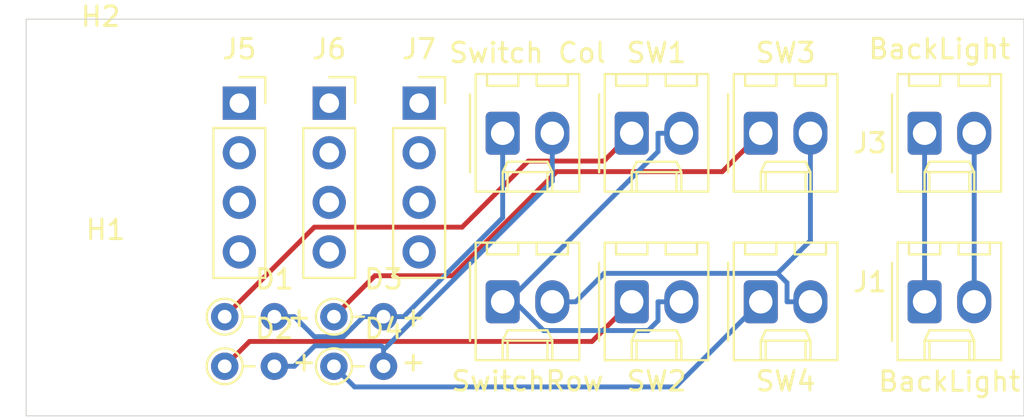
<source format=kicad_pcb>
(kicad_pcb (version 20171130) (host pcbnew "(5.1.5-0-10_14)")

  (general
    (thickness 1.6)
    (drawings 9)
    (tracks 52)
    (zones 0)
    (modules 17)
    (nets 23)
  )

  (page A4)
  (layers
    (0 F.Cu signal)
    (31 B.Cu signal)
    (32 B.Adhes user)
    (33 F.Adhes user)
    (34 B.Paste user)
    (35 F.Paste user)
    (36 B.SilkS user)
    (37 F.SilkS user)
    (38 B.Mask user)
    (39 F.Mask user)
    (40 Dwgs.User user)
    (41 Cmts.User user)
    (42 Eco1.User user)
    (43 Eco2.User user)
    (44 Edge.Cuts user)
    (45 Margin user)
    (46 B.CrtYd user)
    (47 F.CrtYd user)
    (48 B.Fab user)
    (49 F.Fab user)
  )

  (setup
    (last_trace_width 0.25)
    (trace_clearance 0.2)
    (zone_clearance 0.508)
    (zone_45_only no)
    (trace_min 0.2)
    (via_size 0.8)
    (via_drill 0.4)
    (via_min_size 0.4)
    (via_min_drill 0.3)
    (uvia_size 0.3)
    (uvia_drill 0.1)
    (uvias_allowed no)
    (uvia_min_size 0.2)
    (uvia_min_drill 0.1)
    (edge_width 0.05)
    (segment_width 0.2)
    (pcb_text_width 0.3)
    (pcb_text_size 1.5 1.5)
    (mod_edge_width 0.12)
    (mod_text_size 1 1)
    (mod_text_width 0.15)
    (pad_size 1.524 1.524)
    (pad_drill 0.762)
    (pad_to_mask_clearance 0.051)
    (solder_mask_min_width 0.25)
    (aux_axis_origin 0 0)
    (visible_elements FFFFFF7F)
    (pcbplotparams
      (layerselection 0x010fc_ffffffff)
      (usegerberextensions false)
      (usegerberattributes false)
      (usegerberadvancedattributes false)
      (creategerberjobfile false)
      (excludeedgelayer true)
      (linewidth 0.100000)
      (plotframeref false)
      (viasonmask false)
      (mode 1)
      (useauxorigin false)
      (hpglpennumber 1)
      (hpglpenspeed 20)
      (hpglpendiameter 15.000000)
      (psnegative false)
      (psa4output false)
      (plotreference true)
      (plotvalue true)
      (plotinvisibletext false)
      (padsonsilk false)
      (subtractmaskfromsilk false)
      (outputformat 1)
      (mirror false)
      (drillshape 1)
      (scaleselection 1)
      (outputdirectory ""))
  )

  (net 0 "")
  (net 1 "Net-(D1-Pad2)")
  (net 2 "Net-(D1-Pad1)")
  (net 3 "Net-(D2-Pad2)")
  (net 4 "Net-(D3-Pad1)")
  (net 5 "Net-(J1-Pad2)")
  (net 6 "Net-(J1-Pad1)")
  (net 7 "Net-(J5-Pad4)")
  (net 8 "Net-(J5-Pad3)")
  (net 9 "Net-(J5-Pad2)")
  (net 10 "Net-(J5-Pad1)")
  (net 11 "Net-(J6-Pad4)")
  (net 12 "Net-(J6-Pad3)")
  (net 13 "Net-(J6-Pad2)")
  (net 14 "Net-(J6-Pad1)")
  (net 15 "Net-(J7-Pad4)")
  (net 16 "Net-(J7-Pad3)")
  (net 17 "Net-(J7-Pad2)")
  (net 18 "Net-(J7-Pad1)")
  (net 19 "Net-(D2-Pad1)")
  (net 20 "Net-(D4-Pad1)")
  (net 21 "Net-(J10-Pad2)")
  (net 22 "Net-(J4-Pad1)")

  (net_class Default "This is the default net class."
    (clearance 0.2)
    (trace_width 0.25)
    (via_dia 0.8)
    (via_drill 0.4)
    (uvia_dia 0.3)
    (uvia_drill 0.1)
    (add_net "Net-(D1-Pad1)")
    (add_net "Net-(D1-Pad2)")
    (add_net "Net-(D2-Pad1)")
    (add_net "Net-(D2-Pad2)")
    (add_net "Net-(D3-Pad1)")
    (add_net "Net-(D4-Pad1)")
    (add_net "Net-(J1-Pad1)")
    (add_net "Net-(J1-Pad2)")
    (add_net "Net-(J10-Pad2)")
    (add_net "Net-(J4-Pad1)")
    (add_net "Net-(J5-Pad1)")
    (add_net "Net-(J5-Pad2)")
    (add_net "Net-(J5-Pad3)")
    (add_net "Net-(J5-Pad4)")
    (add_net "Net-(J6-Pad1)")
    (add_net "Net-(J6-Pad2)")
    (add_net "Net-(J6-Pad3)")
    (add_net "Net-(J6-Pad4)")
    (add_net "Net-(J7-Pad1)")
    (add_net "Net-(J7-Pad2)")
    (add_net "Net-(J7-Pad3)")
    (add_net "Net-(J7-Pad4)")
  )

  (module PT_Library_v001:PT_R_Axial_DIN0204_L3.6mm_D1.6mm_P2.54mm_Vertical (layer F.Cu) (tedit 5AE5139B) (tstamp 5EF05591)
    (at 113.284 96.774)
    (descr "Resistor, Axial_DIN0204 series, Axial, Vertical, pin pitch=2.54mm, 0.167W, length*diameter=3.6*1.6mm^2, http://cdn-reichelt.de/documents/datenblatt/B400/1_4W%23YAG.pdf")
    (tags "Resistor Axial_DIN0204 series Axial Vertical pin pitch 2.54mm 0.167W length 3.6mm diameter 1.6mm")
    (path /5EF033E0)
    (fp_text reference D4 (at 2.54 -1.92) (layer F.SilkS)
      (effects (font (size 1 1) (thickness 0.15)))
    )
    (fp_text value 1N4148 (at 2.54 1.92) (layer F.Fab)
      (effects (font (size 1 1) (thickness 0.15)))
    )
    (fp_circle (center 0 0) (end 0.8 0) (layer F.Fab) (width 0.1))
    (fp_circle (center 0 0) (end 0.92 0) (layer F.SilkS) (width 0.12))
    (fp_line (start 0 0) (end 2.54 0) (layer F.Fab) (width 0.1))
    (fp_line (start 0.92 0) (end 1.54 0) (layer F.SilkS) (width 0.12))
    (fp_line (start -1.05 -1.05) (end -1.05 1.05) (layer F.CrtYd) (width 0.05))
    (fp_line (start -1.05 1.05) (end 3.49 1.05) (layer F.CrtYd) (width 0.05))
    (fp_line (start 3.49 1.05) (end 3.49 -1.05) (layer F.CrtYd) (width 0.05))
    (fp_line (start 3.49 -1.05) (end -1.05 -1.05) (layer F.CrtYd) (width 0.05))
    (fp_text user %R (at 2.54 -1.92) (layer F.Fab)
      (effects (font (size 1 1) (thickness 0.15)))
    )
    (pad 1 thru_hole circle (at 0 0) (size 1.4 1.4) (drill 0.7) (layers *.Cu *.Mask)
      (net 20 "Net-(D4-Pad1)"))
    (pad 2 thru_hole oval (at 2.54 0) (size 1.4 1.4) (drill 0.7) (layers *.Cu *.Mask)
      (net 3 "Net-(D2-Pad2)"))
    (model ${KISYS3DMOD}/Resistor_THT.3dshapes/R_Axial_DIN0204_L3.6mm_D1.6mm_P2.54mm_Vertical.wrl
      (at (xyz 0 0 0))
      (scale (xyz 1 1 1))
      (rotate (xyz 0 0 0))
    )
  )

  (module PT_Library_v001:PT_R_Axial_DIN0204_L3.6mm_D1.6mm_P2.54mm_Vertical (layer F.Cu) (tedit 5AE5139B) (tstamp 5EF05572)
    (at 113.284 94.234)
    (descr "Resistor, Axial_DIN0204 series, Axial, Vertical, pin pitch=2.54mm, 0.167W, length*diameter=3.6*1.6mm^2, http://cdn-reichelt.de/documents/datenblatt/B400/1_4W%23YAG.pdf")
    (tags "Resistor Axial_DIN0204 series Axial Vertical pin pitch 2.54mm 0.167W length 3.6mm diameter 1.6mm")
    (path /5EF01EF3)
    (fp_text reference D3 (at 2.54 -1.92) (layer F.SilkS)
      (effects (font (size 1 1) (thickness 0.15)))
    )
    (fp_text value 1N4148 (at 2.54 1.92) (layer F.Fab)
      (effects (font (size 1 1) (thickness 0.15)))
    )
    (fp_circle (center 0 0) (end 0.8 0) (layer F.Fab) (width 0.1))
    (fp_circle (center 0 0) (end 0.92 0) (layer F.SilkS) (width 0.12))
    (fp_line (start 0 0) (end 2.54 0) (layer F.Fab) (width 0.1))
    (fp_line (start 0.92 0) (end 1.54 0) (layer F.SilkS) (width 0.12))
    (fp_line (start -1.05 -1.05) (end -1.05 1.05) (layer F.CrtYd) (width 0.05))
    (fp_line (start -1.05 1.05) (end 3.49 1.05) (layer F.CrtYd) (width 0.05))
    (fp_line (start 3.49 1.05) (end 3.49 -1.05) (layer F.CrtYd) (width 0.05))
    (fp_line (start 3.49 -1.05) (end -1.05 -1.05) (layer F.CrtYd) (width 0.05))
    (fp_text user %R (at 2.54 -1.92) (layer F.Fab)
      (effects (font (size 1 1) (thickness 0.15)))
    )
    (pad 1 thru_hole circle (at 0 0) (size 1.4 1.4) (drill 0.7) (layers *.Cu *.Mask)
      (net 4 "Net-(D3-Pad1)"))
    (pad 2 thru_hole oval (at 2.54 0) (size 1.4 1.4) (drill 0.7) (layers *.Cu *.Mask)
      (net 1 "Net-(D1-Pad2)"))
    (model ${KISYS3DMOD}/Resistor_THT.3dshapes/R_Axial_DIN0204_L3.6mm_D1.6mm_P2.54mm_Vertical.wrl
      (at (xyz 0 0 0))
      (scale (xyz 1 1 1))
      (rotate (xyz 0 0 0))
    )
  )

  (module PT_Library_v001:PT_R_Axial_DIN0204_L3.6mm_D1.6mm_P2.54mm_Vertical (layer F.Cu) (tedit 5AE5139B) (tstamp 5EF05553)
    (at 107.696 96.774)
    (descr "Resistor, Axial_DIN0204 series, Axial, Vertical, pin pitch=2.54mm, 0.167W, length*diameter=3.6*1.6mm^2, http://cdn-reichelt.de/documents/datenblatt/B400/1_4W%23YAG.pdf")
    (tags "Resistor Axial_DIN0204 series Axial Vertical pin pitch 2.54mm 0.167W length 3.6mm diameter 1.6mm")
    (path /5EEFF5AA)
    (fp_text reference D2 (at 2.54 -1.92) (layer F.SilkS)
      (effects (font (size 1 1) (thickness 0.15)))
    )
    (fp_text value 1N4148 (at 2.54 1.92) (layer F.Fab)
      (effects (font (size 1 1) (thickness 0.15)))
    )
    (fp_circle (center 0 0) (end 0.8 0) (layer F.Fab) (width 0.1))
    (fp_circle (center 0 0) (end 0.92 0) (layer F.SilkS) (width 0.12))
    (fp_line (start 0 0) (end 2.54 0) (layer F.Fab) (width 0.1))
    (fp_line (start 0.92 0) (end 1.54 0) (layer F.SilkS) (width 0.12))
    (fp_line (start -1.05 -1.05) (end -1.05 1.05) (layer F.CrtYd) (width 0.05))
    (fp_line (start -1.05 1.05) (end 3.49 1.05) (layer F.CrtYd) (width 0.05))
    (fp_line (start 3.49 1.05) (end 3.49 -1.05) (layer F.CrtYd) (width 0.05))
    (fp_line (start 3.49 -1.05) (end -1.05 -1.05) (layer F.CrtYd) (width 0.05))
    (fp_text user %R (at 2.54 -1.92) (layer F.Fab)
      (effects (font (size 1 1) (thickness 0.15)))
    )
    (pad 1 thru_hole circle (at 0 0) (size 1.4 1.4) (drill 0.7) (layers *.Cu *.Mask)
      (net 19 "Net-(D2-Pad1)"))
    (pad 2 thru_hole oval (at 2.54 0) (size 1.4 1.4) (drill 0.7) (layers *.Cu *.Mask)
      (net 3 "Net-(D2-Pad2)"))
    (model ${KISYS3DMOD}/Resistor_THT.3dshapes/R_Axial_DIN0204_L3.6mm_D1.6mm_P2.54mm_Vertical.wrl
      (at (xyz 0 0 0))
      (scale (xyz 1 1 1))
      (rotate (xyz 0 0 0))
    )
  )

  (module PT_Library_v001:PT_R_Axial_DIN0204_L3.6mm_D1.6mm_P2.54mm_Vertical (layer F.Cu) (tedit 5AE5139B) (tstamp 5EF05534)
    (at 107.696 94.234)
    (descr "Resistor, Axial_DIN0204 series, Axial, Vertical, pin pitch=2.54mm, 0.167W, length*diameter=3.6*1.6mm^2, http://cdn-reichelt.de/documents/datenblatt/B400/1_4W%23YAG.pdf")
    (tags "Resistor Axial_DIN0204 series Axial Vertical pin pitch 2.54mm 0.167W length 3.6mm diameter 1.6mm")
    (path /5EEFED0C)
    (fp_text reference D1 (at 2.54 -1.92) (layer F.SilkS)
      (effects (font (size 1 1) (thickness 0.15)))
    )
    (fp_text value 1N4148 (at 2.54 1.92) (layer F.Fab)
      (effects (font (size 1 1) (thickness 0.15)))
    )
    (fp_circle (center 0 0) (end 0.8 0) (layer F.Fab) (width 0.1))
    (fp_circle (center 0 0) (end 0.92 0) (layer F.SilkS) (width 0.12))
    (fp_line (start 0 0) (end 2.54 0) (layer F.Fab) (width 0.1))
    (fp_line (start 0.92 0) (end 1.54 0) (layer F.SilkS) (width 0.12))
    (fp_line (start -1.05 -1.05) (end -1.05 1.05) (layer F.CrtYd) (width 0.05))
    (fp_line (start -1.05 1.05) (end 3.49 1.05) (layer F.CrtYd) (width 0.05))
    (fp_line (start 3.49 1.05) (end 3.49 -1.05) (layer F.CrtYd) (width 0.05))
    (fp_line (start 3.49 -1.05) (end -1.05 -1.05) (layer F.CrtYd) (width 0.05))
    (fp_text user %R (at 2.54 -1.92) (layer F.Fab)
      (effects (font (size 1 1) (thickness 0.15)))
    )
    (pad 1 thru_hole circle (at 0 0) (size 1.4 1.4) (drill 0.7) (layers *.Cu *.Mask)
      (net 2 "Net-(D1-Pad1)"))
    (pad 2 thru_hole oval (at 2.54 0) (size 1.4 1.4) (drill 0.7) (layers *.Cu *.Mask)
      (net 1 "Net-(D1-Pad2)"))
    (model ${KISYS3DMOD}/Resistor_THT.3dshapes/R_Axial_DIN0204_L3.6mm_D1.6mm_P2.54mm_Vertical.wrl
      (at (xyz 0 0 0))
      (scale (xyz 1 1 1))
      (rotate (xyz 0 0 0))
    )
  )

  (module PT_Library_v001:Molex_1x02_P2.54mm_Vertical (layer F.Cu) (tedit 5B78013E) (tstamp 5EF05E48)
    (at 135.128 93.472)
    (descr "Molex KK-254 Interconnect System, old/engineering part number: AE-6410-02A example for new part number: 22-27-2021, 2 Pins (http://www.molex.com/pdm_docs/sd/022272021_sd.pdf), generated with kicad-footprint-generator")
    (tags "connector Molex KK-254 side entry")
    (path /5EF19880)
    (fp_text reference SW4 (at 1.27 4.064) (layer F.SilkS)
      (effects (font (size 1 1) (thickness 0.15)))
    )
    (fp_text value SW4 (at 1.27 4.08) (layer F.Fab)
      (effects (font (size 1 1) (thickness 0.15)))
    )
    (fp_text user %R (at 1.27 -2.22) (layer F.Fab)
      (effects (font (size 1 1) (thickness 0.15)))
    )
    (fp_line (start 4.31 -3.42) (end -1.77 -3.42) (layer F.CrtYd) (width 0.05))
    (fp_line (start 4.31 3.38) (end 4.31 -3.42) (layer F.CrtYd) (width 0.05))
    (fp_line (start -1.77 3.38) (end 4.31 3.38) (layer F.CrtYd) (width 0.05))
    (fp_line (start -1.77 -3.42) (end -1.77 3.38) (layer F.CrtYd) (width 0.05))
    (fp_line (start 3.34 -2.43) (end 3.34 -3.03) (layer F.SilkS) (width 0.12))
    (fp_line (start 1.74 -2.43) (end 3.34 -2.43) (layer F.SilkS) (width 0.12))
    (fp_line (start 1.74 -3.03) (end 1.74 -2.43) (layer F.SilkS) (width 0.12))
    (fp_line (start 0.8 -2.43) (end 0.8 -3.03) (layer F.SilkS) (width 0.12))
    (fp_line (start -0.8 -2.43) (end 0.8 -2.43) (layer F.SilkS) (width 0.12))
    (fp_line (start -0.8 -3.03) (end -0.8 -2.43) (layer F.SilkS) (width 0.12))
    (fp_line (start 2.29 2.99) (end 2.29 1.99) (layer F.SilkS) (width 0.12))
    (fp_line (start 0.25 2.99) (end 0.25 1.99) (layer F.SilkS) (width 0.12))
    (fp_line (start 2.29 1.46) (end 2.54 1.99) (layer F.SilkS) (width 0.12))
    (fp_line (start 0.25 1.46) (end 2.29 1.46) (layer F.SilkS) (width 0.12))
    (fp_line (start 0 1.99) (end 0.25 1.46) (layer F.SilkS) (width 0.12))
    (fp_line (start 2.54 1.99) (end 2.54 2.99) (layer F.SilkS) (width 0.12))
    (fp_line (start 0 1.99) (end 2.54 1.99) (layer F.SilkS) (width 0.12))
    (fp_line (start 0 2.99) (end 0 1.99) (layer F.SilkS) (width 0.12))
    (fp_line (start -0.562893 0) (end -1.27 0.5) (layer F.Fab) (width 0.1))
    (fp_line (start -1.27 -0.5) (end -0.562893 0) (layer F.Fab) (width 0.1))
    (fp_line (start -1.67 -2) (end -1.67 2) (layer F.SilkS) (width 0.12))
    (fp_line (start 3.92 -3.03) (end -1.38 -3.03) (layer F.SilkS) (width 0.12))
    (fp_line (start 3.92 2.99) (end 3.92 -3.03) (layer F.SilkS) (width 0.12))
    (fp_line (start -1.38 2.99) (end 3.92 2.99) (layer F.SilkS) (width 0.12))
    (fp_line (start -1.38 -3.03) (end -1.38 2.99) (layer F.SilkS) (width 0.12))
    (fp_line (start 3.81 -2.92) (end -1.27 -2.92) (layer F.Fab) (width 0.1))
    (fp_line (start 3.81 2.88) (end 3.81 -2.92) (layer F.Fab) (width 0.1))
    (fp_line (start -1.27 2.88) (end 3.81 2.88) (layer F.Fab) (width 0.1))
    (fp_line (start -1.27 -2.92) (end -1.27 2.88) (layer F.Fab) (width 0.1))
    (pad 2 thru_hole oval (at 2.54 0) (size 1.74 2.2) (drill 1.2) (layers *.Cu *.Mask)
      (net 21 "Net-(J10-Pad2)"))
    (pad 1 thru_hole roundrect (at 0 0) (size 1.74 2.2) (drill 1.2) (layers *.Cu *.Mask) (roundrect_rratio 0.143678)
      (net 20 "Net-(D4-Pad1)"))
    (model ${KISYS3DMOD}/Connector_Molex.3dshapes/Molex_KK-254_AE-6410-02A_1x02_P2.54mm_Vertical.wrl
      (at (xyz 0 0 0))
      (scale (xyz 1 1 1))
      (rotate (xyz 0 0 0))
    )
  )

  (module PT_Library_v001:Molex_1x02_P2.54mm_Vertical (layer F.Cu) (tedit 5B78013E) (tstamp 5EF05E24)
    (at 135.128 84.836)
    (descr "Molex KK-254 Interconnect System, old/engineering part number: AE-6410-02A example for new part number: 22-27-2021, 2 Pins (http://www.molex.com/pdm_docs/sd/022272021_sd.pdf), generated with kicad-footprint-generator")
    (tags "connector Molex KK-254 side entry")
    (path /5EF1AC89)
    (fp_text reference SW3 (at 1.27 -4.12) (layer F.SilkS)
      (effects (font (size 1 1) (thickness 0.15)))
    )
    (fp_text value SW3 (at 1.27 4.08) (layer F.Fab)
      (effects (font (size 1 1) (thickness 0.15)))
    )
    (fp_text user %R (at 1.27 -2.22) (layer F.Fab)
      (effects (font (size 1 1) (thickness 0.15)))
    )
    (fp_line (start 4.31 -3.42) (end -1.77 -3.42) (layer F.CrtYd) (width 0.05))
    (fp_line (start 4.31 3.38) (end 4.31 -3.42) (layer F.CrtYd) (width 0.05))
    (fp_line (start -1.77 3.38) (end 4.31 3.38) (layer F.CrtYd) (width 0.05))
    (fp_line (start -1.77 -3.42) (end -1.77 3.38) (layer F.CrtYd) (width 0.05))
    (fp_line (start 3.34 -2.43) (end 3.34 -3.03) (layer F.SilkS) (width 0.12))
    (fp_line (start 1.74 -2.43) (end 3.34 -2.43) (layer F.SilkS) (width 0.12))
    (fp_line (start 1.74 -3.03) (end 1.74 -2.43) (layer F.SilkS) (width 0.12))
    (fp_line (start 0.8 -2.43) (end 0.8 -3.03) (layer F.SilkS) (width 0.12))
    (fp_line (start -0.8 -2.43) (end 0.8 -2.43) (layer F.SilkS) (width 0.12))
    (fp_line (start -0.8 -3.03) (end -0.8 -2.43) (layer F.SilkS) (width 0.12))
    (fp_line (start 2.29 2.99) (end 2.29 1.99) (layer F.SilkS) (width 0.12))
    (fp_line (start 0.25 2.99) (end 0.25 1.99) (layer F.SilkS) (width 0.12))
    (fp_line (start 2.29 1.46) (end 2.54 1.99) (layer F.SilkS) (width 0.12))
    (fp_line (start 0.25 1.46) (end 2.29 1.46) (layer F.SilkS) (width 0.12))
    (fp_line (start 0 1.99) (end 0.25 1.46) (layer F.SilkS) (width 0.12))
    (fp_line (start 2.54 1.99) (end 2.54 2.99) (layer F.SilkS) (width 0.12))
    (fp_line (start 0 1.99) (end 2.54 1.99) (layer F.SilkS) (width 0.12))
    (fp_line (start 0 2.99) (end 0 1.99) (layer F.SilkS) (width 0.12))
    (fp_line (start -0.562893 0) (end -1.27 0.5) (layer F.Fab) (width 0.1))
    (fp_line (start -1.27 -0.5) (end -0.562893 0) (layer F.Fab) (width 0.1))
    (fp_line (start -1.67 -2) (end -1.67 2) (layer F.SilkS) (width 0.12))
    (fp_line (start 3.92 -3.03) (end -1.38 -3.03) (layer F.SilkS) (width 0.12))
    (fp_line (start 3.92 2.99) (end 3.92 -3.03) (layer F.SilkS) (width 0.12))
    (fp_line (start -1.38 2.99) (end 3.92 2.99) (layer F.SilkS) (width 0.12))
    (fp_line (start -1.38 -3.03) (end -1.38 2.99) (layer F.SilkS) (width 0.12))
    (fp_line (start 3.81 -2.92) (end -1.27 -2.92) (layer F.Fab) (width 0.1))
    (fp_line (start 3.81 2.88) (end 3.81 -2.92) (layer F.Fab) (width 0.1))
    (fp_line (start -1.27 2.88) (end 3.81 2.88) (layer F.Fab) (width 0.1))
    (fp_line (start -1.27 -2.92) (end -1.27 2.88) (layer F.Fab) (width 0.1))
    (pad 2 thru_hole oval (at 2.54 0) (size 1.74 2.2) (drill 1.2) (layers *.Cu *.Mask)
      (net 21 "Net-(J10-Pad2)"))
    (pad 1 thru_hole roundrect (at 0 0) (size 1.74 2.2) (drill 1.2) (layers *.Cu *.Mask) (roundrect_rratio 0.143678)
      (net 4 "Net-(D3-Pad1)"))
    (model ${KISYS3DMOD}/Connector_Molex.3dshapes/Molex_KK-254_AE-6410-02A_1x02_P2.54mm_Vertical.wrl
      (at (xyz 0 0 0))
      (scale (xyz 1 1 1))
      (rotate (xyz 0 0 0))
    )
  )

  (module PT_Library_v001:Molex_1x02_P2.54mm_Vertical (layer F.Cu) (tedit 5B78013E) (tstamp 5EF05E00)
    (at 128.524 93.472)
    (descr "Molex KK-254 Interconnect System, old/engineering part number: AE-6410-02A example for new part number: 22-27-2021, 2 Pins (http://www.molex.com/pdm_docs/sd/022272021_sd.pdf), generated with kicad-footprint-generator")
    (tags "connector Molex KK-254 side entry")
    (path /5EF1A50A)
    (fp_text reference SW2 (at 1.27 4.064) (layer F.SilkS)
      (effects (font (size 1 1) (thickness 0.15)))
    )
    (fp_text value SW2 (at 1.27 4.08) (layer F.Fab)
      (effects (font (size 1 1) (thickness 0.15)))
    )
    (fp_text user %R (at 1.27 -2.22) (layer F.Fab)
      (effects (font (size 1 1) (thickness 0.15)))
    )
    (fp_line (start 4.31 -3.42) (end -1.77 -3.42) (layer F.CrtYd) (width 0.05))
    (fp_line (start 4.31 3.38) (end 4.31 -3.42) (layer F.CrtYd) (width 0.05))
    (fp_line (start -1.77 3.38) (end 4.31 3.38) (layer F.CrtYd) (width 0.05))
    (fp_line (start -1.77 -3.42) (end -1.77 3.38) (layer F.CrtYd) (width 0.05))
    (fp_line (start 3.34 -2.43) (end 3.34 -3.03) (layer F.SilkS) (width 0.12))
    (fp_line (start 1.74 -2.43) (end 3.34 -2.43) (layer F.SilkS) (width 0.12))
    (fp_line (start 1.74 -3.03) (end 1.74 -2.43) (layer F.SilkS) (width 0.12))
    (fp_line (start 0.8 -2.43) (end 0.8 -3.03) (layer F.SilkS) (width 0.12))
    (fp_line (start -0.8 -2.43) (end 0.8 -2.43) (layer F.SilkS) (width 0.12))
    (fp_line (start -0.8 -3.03) (end -0.8 -2.43) (layer F.SilkS) (width 0.12))
    (fp_line (start 2.29 2.99) (end 2.29 1.99) (layer F.SilkS) (width 0.12))
    (fp_line (start 0.25 2.99) (end 0.25 1.99) (layer F.SilkS) (width 0.12))
    (fp_line (start 2.29 1.46) (end 2.54 1.99) (layer F.SilkS) (width 0.12))
    (fp_line (start 0.25 1.46) (end 2.29 1.46) (layer F.SilkS) (width 0.12))
    (fp_line (start 0 1.99) (end 0.25 1.46) (layer F.SilkS) (width 0.12))
    (fp_line (start 2.54 1.99) (end 2.54 2.99) (layer F.SilkS) (width 0.12))
    (fp_line (start 0 1.99) (end 2.54 1.99) (layer F.SilkS) (width 0.12))
    (fp_line (start 0 2.99) (end 0 1.99) (layer F.SilkS) (width 0.12))
    (fp_line (start -0.562893 0) (end -1.27 0.5) (layer F.Fab) (width 0.1))
    (fp_line (start -1.27 -0.5) (end -0.562893 0) (layer F.Fab) (width 0.1))
    (fp_line (start -1.67 -2) (end -1.67 2) (layer F.SilkS) (width 0.12))
    (fp_line (start 3.92 -3.03) (end -1.38 -3.03) (layer F.SilkS) (width 0.12))
    (fp_line (start 3.92 2.99) (end 3.92 -3.03) (layer F.SilkS) (width 0.12))
    (fp_line (start -1.38 2.99) (end 3.92 2.99) (layer F.SilkS) (width 0.12))
    (fp_line (start -1.38 -3.03) (end -1.38 2.99) (layer F.SilkS) (width 0.12))
    (fp_line (start 3.81 -2.92) (end -1.27 -2.92) (layer F.Fab) (width 0.1))
    (fp_line (start 3.81 2.88) (end 3.81 -2.92) (layer F.Fab) (width 0.1))
    (fp_line (start -1.27 2.88) (end 3.81 2.88) (layer F.Fab) (width 0.1))
    (fp_line (start -1.27 -2.92) (end -1.27 2.88) (layer F.Fab) (width 0.1))
    (pad 2 thru_hole oval (at 2.54 0) (size 1.74 2.2) (drill 1.2) (layers *.Cu *.Mask)
      (net 22 "Net-(J4-Pad1)"))
    (pad 1 thru_hole roundrect (at 0 0) (size 1.74 2.2) (drill 1.2) (layers *.Cu *.Mask) (roundrect_rratio 0.143678)
      (net 19 "Net-(D2-Pad1)"))
    (model ${KISYS3DMOD}/Connector_Molex.3dshapes/Molex_KK-254_AE-6410-02A_1x02_P2.54mm_Vertical.wrl
      (at (xyz 0 0 0))
      (scale (xyz 1 1 1))
      (rotate (xyz 0 0 0))
    )
  )

  (module PT_Library_v001:Molex_1x02_P2.54mm_Vertical (layer F.Cu) (tedit 5B78013E) (tstamp 5EF05DDC)
    (at 128.524 84.836)
    (descr "Molex KK-254 Interconnect System, old/engineering part number: AE-6410-02A example for new part number: 22-27-2021, 2 Pins (http://www.molex.com/pdm_docs/sd/022272021_sd.pdf), generated with kicad-footprint-generator")
    (tags "connector Molex KK-254 side entry")
    (path /5EF166E8)
    (fp_text reference SW1 (at 1.27 -4.12) (layer F.SilkS)
      (effects (font (size 1 1) (thickness 0.15)))
    )
    (fp_text value SW1 (at 1.27 4.08) (layer F.Fab)
      (effects (font (size 1 1) (thickness 0.15)))
    )
    (fp_text user %R (at 1.27 -2.22) (layer F.Fab)
      (effects (font (size 1 1) (thickness 0.15)))
    )
    (fp_line (start 4.31 -3.42) (end -1.77 -3.42) (layer F.CrtYd) (width 0.05))
    (fp_line (start 4.31 3.38) (end 4.31 -3.42) (layer F.CrtYd) (width 0.05))
    (fp_line (start -1.77 3.38) (end 4.31 3.38) (layer F.CrtYd) (width 0.05))
    (fp_line (start -1.77 -3.42) (end -1.77 3.38) (layer F.CrtYd) (width 0.05))
    (fp_line (start 3.34 -2.43) (end 3.34 -3.03) (layer F.SilkS) (width 0.12))
    (fp_line (start 1.74 -2.43) (end 3.34 -2.43) (layer F.SilkS) (width 0.12))
    (fp_line (start 1.74 -3.03) (end 1.74 -2.43) (layer F.SilkS) (width 0.12))
    (fp_line (start 0.8 -2.43) (end 0.8 -3.03) (layer F.SilkS) (width 0.12))
    (fp_line (start -0.8 -2.43) (end 0.8 -2.43) (layer F.SilkS) (width 0.12))
    (fp_line (start -0.8 -3.03) (end -0.8 -2.43) (layer F.SilkS) (width 0.12))
    (fp_line (start 2.29 2.99) (end 2.29 1.99) (layer F.SilkS) (width 0.12))
    (fp_line (start 0.25 2.99) (end 0.25 1.99) (layer F.SilkS) (width 0.12))
    (fp_line (start 2.29 1.46) (end 2.54 1.99) (layer F.SilkS) (width 0.12))
    (fp_line (start 0.25 1.46) (end 2.29 1.46) (layer F.SilkS) (width 0.12))
    (fp_line (start 0 1.99) (end 0.25 1.46) (layer F.SilkS) (width 0.12))
    (fp_line (start 2.54 1.99) (end 2.54 2.99) (layer F.SilkS) (width 0.12))
    (fp_line (start 0 1.99) (end 2.54 1.99) (layer F.SilkS) (width 0.12))
    (fp_line (start 0 2.99) (end 0 1.99) (layer F.SilkS) (width 0.12))
    (fp_line (start -0.562893 0) (end -1.27 0.5) (layer F.Fab) (width 0.1))
    (fp_line (start -1.27 -0.5) (end -0.562893 0) (layer F.Fab) (width 0.1))
    (fp_line (start -1.67 -2) (end -1.67 2) (layer F.SilkS) (width 0.12))
    (fp_line (start 3.92 -3.03) (end -1.38 -3.03) (layer F.SilkS) (width 0.12))
    (fp_line (start 3.92 2.99) (end 3.92 -3.03) (layer F.SilkS) (width 0.12))
    (fp_line (start -1.38 2.99) (end 3.92 2.99) (layer F.SilkS) (width 0.12))
    (fp_line (start -1.38 -3.03) (end -1.38 2.99) (layer F.SilkS) (width 0.12))
    (fp_line (start 3.81 -2.92) (end -1.27 -2.92) (layer F.Fab) (width 0.1))
    (fp_line (start 3.81 2.88) (end 3.81 -2.92) (layer F.Fab) (width 0.1))
    (fp_line (start -1.27 2.88) (end 3.81 2.88) (layer F.Fab) (width 0.1))
    (fp_line (start -1.27 -2.92) (end -1.27 2.88) (layer F.Fab) (width 0.1))
    (pad 2 thru_hole oval (at 2.54 0) (size 1.74 2.2) (drill 1.2) (layers *.Cu *.Mask)
      (net 22 "Net-(J4-Pad1)"))
    (pad 1 thru_hole roundrect (at 0 0) (size 1.74 2.2) (drill 1.2) (layers *.Cu *.Mask) (roundrect_rratio 0.143678)
      (net 2 "Net-(D1-Pad1)"))
    (model ${KISYS3DMOD}/Connector_Molex.3dshapes/Molex_KK-254_AE-6410-02A_1x02_P2.54mm_Vertical.wrl
      (at (xyz 0 0 0))
      (scale (xyz 1 1 1))
      (rotate (xyz 0 0 0))
    )
  )

  (module Connector_PinSocket_2.54mm:PinSocket_1x04_P2.54mm_Vertical (layer F.Cu) (tedit 5A19A429) (tstamp 5EF05679)
    (at 117.646 83.296)
    (descr "Through hole straight socket strip, 1x04, 2.54mm pitch, single row (from Kicad 4.0.7), script generated")
    (tags "Through hole socket strip THT 1x04 2.54mm single row")
    (path /5EF0F421)
    (fp_text reference J7 (at 0 -2.77) (layer F.SilkS)
      (effects (font (size 1 1) (thickness 0.15)))
    )
    (fp_text value Conn_01x04_Female (at 0 10.39) (layer F.Fab)
      (effects (font (size 1 1) (thickness 0.15)))
    )
    (fp_text user %R (at 0 3.81 90) (layer F.Fab)
      (effects (font (size 1 1) (thickness 0.15)))
    )
    (fp_line (start -1.8 9.4) (end -1.8 -1.8) (layer F.CrtYd) (width 0.05))
    (fp_line (start 1.75 9.4) (end -1.8 9.4) (layer F.CrtYd) (width 0.05))
    (fp_line (start 1.75 -1.8) (end 1.75 9.4) (layer F.CrtYd) (width 0.05))
    (fp_line (start -1.8 -1.8) (end 1.75 -1.8) (layer F.CrtYd) (width 0.05))
    (fp_line (start 0 -1.33) (end 1.33 -1.33) (layer F.SilkS) (width 0.12))
    (fp_line (start 1.33 -1.33) (end 1.33 0) (layer F.SilkS) (width 0.12))
    (fp_line (start 1.33 1.27) (end 1.33 8.95) (layer F.SilkS) (width 0.12))
    (fp_line (start -1.33 8.95) (end 1.33 8.95) (layer F.SilkS) (width 0.12))
    (fp_line (start -1.33 1.27) (end -1.33 8.95) (layer F.SilkS) (width 0.12))
    (fp_line (start -1.33 1.27) (end 1.33 1.27) (layer F.SilkS) (width 0.12))
    (fp_line (start -1.27 8.89) (end -1.27 -1.27) (layer F.Fab) (width 0.1))
    (fp_line (start 1.27 8.89) (end -1.27 8.89) (layer F.Fab) (width 0.1))
    (fp_line (start 1.27 -0.635) (end 1.27 8.89) (layer F.Fab) (width 0.1))
    (fp_line (start 0.635 -1.27) (end 1.27 -0.635) (layer F.Fab) (width 0.1))
    (fp_line (start -1.27 -1.27) (end 0.635 -1.27) (layer F.Fab) (width 0.1))
    (pad 4 thru_hole oval (at 0 7.62) (size 1.7 1.7) (drill 1) (layers *.Cu *.Mask)
      (net 15 "Net-(J7-Pad4)"))
    (pad 3 thru_hole oval (at 0 5.08) (size 1.7 1.7) (drill 1) (layers *.Cu *.Mask)
      (net 16 "Net-(J7-Pad3)"))
    (pad 2 thru_hole oval (at 0 2.54) (size 1.7 1.7) (drill 1) (layers *.Cu *.Mask)
      (net 17 "Net-(J7-Pad2)"))
    (pad 1 thru_hole rect (at 0 0) (size 1.7 1.7) (drill 1) (layers *.Cu *.Mask)
      (net 18 "Net-(J7-Pad1)"))
    (model ${KISYS3DMOD}/Connector_PinSocket_2.54mm.3dshapes/PinSocket_1x04_P2.54mm_Vertical.wrl
      (at (xyz 0 0 0))
      (scale (xyz 1 1 1))
      (rotate (xyz 0 0 0))
    )
  )

  (module Connector_PinSocket_2.54mm:PinSocket_1x04_P2.54mm_Vertical (layer F.Cu) (tedit 5A19A429) (tstamp 5EF05661)
    (at 113.046 83.296)
    (descr "Through hole straight socket strip, 1x04, 2.54mm pitch, single row (from Kicad 4.0.7), script generated")
    (tags "Through hole socket strip THT 1x04 2.54mm single row")
    (path /5EF0E5D4)
    (fp_text reference J6 (at 0 -2.77) (layer F.SilkS)
      (effects (font (size 1 1) (thickness 0.15)))
    )
    (fp_text value Conn_01x04_Female (at 0 10.39) (layer F.Fab)
      (effects (font (size 1 1) (thickness 0.15)))
    )
    (fp_text user %R (at 0 3.81 90) (layer F.Fab)
      (effects (font (size 1 1) (thickness 0.15)))
    )
    (fp_line (start -1.8 9.4) (end -1.8 -1.8) (layer F.CrtYd) (width 0.05))
    (fp_line (start 1.75 9.4) (end -1.8 9.4) (layer F.CrtYd) (width 0.05))
    (fp_line (start 1.75 -1.8) (end 1.75 9.4) (layer F.CrtYd) (width 0.05))
    (fp_line (start -1.8 -1.8) (end 1.75 -1.8) (layer F.CrtYd) (width 0.05))
    (fp_line (start 0 -1.33) (end 1.33 -1.33) (layer F.SilkS) (width 0.12))
    (fp_line (start 1.33 -1.33) (end 1.33 0) (layer F.SilkS) (width 0.12))
    (fp_line (start 1.33 1.27) (end 1.33 8.95) (layer F.SilkS) (width 0.12))
    (fp_line (start -1.33 8.95) (end 1.33 8.95) (layer F.SilkS) (width 0.12))
    (fp_line (start -1.33 1.27) (end -1.33 8.95) (layer F.SilkS) (width 0.12))
    (fp_line (start -1.33 1.27) (end 1.33 1.27) (layer F.SilkS) (width 0.12))
    (fp_line (start -1.27 8.89) (end -1.27 -1.27) (layer F.Fab) (width 0.1))
    (fp_line (start 1.27 8.89) (end -1.27 8.89) (layer F.Fab) (width 0.1))
    (fp_line (start 1.27 -0.635) (end 1.27 8.89) (layer F.Fab) (width 0.1))
    (fp_line (start 0.635 -1.27) (end 1.27 -0.635) (layer F.Fab) (width 0.1))
    (fp_line (start -1.27 -1.27) (end 0.635 -1.27) (layer F.Fab) (width 0.1))
    (pad 4 thru_hole oval (at 0 7.62) (size 1.7 1.7) (drill 1) (layers *.Cu *.Mask)
      (net 11 "Net-(J6-Pad4)"))
    (pad 3 thru_hole oval (at 0 5.08) (size 1.7 1.7) (drill 1) (layers *.Cu *.Mask)
      (net 12 "Net-(J6-Pad3)"))
    (pad 2 thru_hole oval (at 0 2.54) (size 1.7 1.7) (drill 1) (layers *.Cu *.Mask)
      (net 13 "Net-(J6-Pad2)"))
    (pad 1 thru_hole rect (at 0 0) (size 1.7 1.7) (drill 1) (layers *.Cu *.Mask)
      (net 14 "Net-(J6-Pad1)"))
    (model ${KISYS3DMOD}/Connector_PinSocket_2.54mm.3dshapes/PinSocket_1x04_P2.54mm_Vertical.wrl
      (at (xyz 0 0 0))
      (scale (xyz 1 1 1))
      (rotate (xyz 0 0 0))
    )
  )

  (module Connector_PinSocket_2.54mm:PinSocket_1x04_P2.54mm_Vertical (layer F.Cu) (tedit 5A19A429) (tstamp 5EF05649)
    (at 108.446 83.296)
    (descr "Through hole straight socket strip, 1x04, 2.54mm pitch, single row (from Kicad 4.0.7), script generated")
    (tags "Through hole socket strip THT 1x04 2.54mm single row")
    (path /5EF0DF75)
    (fp_text reference J5 (at 0 -2.77) (layer F.SilkS)
      (effects (font (size 1 1) (thickness 0.15)))
    )
    (fp_text value Conn_01x04_Female (at 0 10.39) (layer F.Fab)
      (effects (font (size 1 1) (thickness 0.15)))
    )
    (fp_text user %R (at 0 3.81 90) (layer F.Fab)
      (effects (font (size 1 1) (thickness 0.15)))
    )
    (fp_line (start -1.8 9.4) (end -1.8 -1.8) (layer F.CrtYd) (width 0.05))
    (fp_line (start 1.75 9.4) (end -1.8 9.4) (layer F.CrtYd) (width 0.05))
    (fp_line (start 1.75 -1.8) (end 1.75 9.4) (layer F.CrtYd) (width 0.05))
    (fp_line (start -1.8 -1.8) (end 1.75 -1.8) (layer F.CrtYd) (width 0.05))
    (fp_line (start 0 -1.33) (end 1.33 -1.33) (layer F.SilkS) (width 0.12))
    (fp_line (start 1.33 -1.33) (end 1.33 0) (layer F.SilkS) (width 0.12))
    (fp_line (start 1.33 1.27) (end 1.33 8.95) (layer F.SilkS) (width 0.12))
    (fp_line (start -1.33 8.95) (end 1.33 8.95) (layer F.SilkS) (width 0.12))
    (fp_line (start -1.33 1.27) (end -1.33 8.95) (layer F.SilkS) (width 0.12))
    (fp_line (start -1.33 1.27) (end 1.33 1.27) (layer F.SilkS) (width 0.12))
    (fp_line (start -1.27 8.89) (end -1.27 -1.27) (layer F.Fab) (width 0.1))
    (fp_line (start 1.27 8.89) (end -1.27 8.89) (layer F.Fab) (width 0.1))
    (fp_line (start 1.27 -0.635) (end 1.27 8.89) (layer F.Fab) (width 0.1))
    (fp_line (start 0.635 -1.27) (end 1.27 -0.635) (layer F.Fab) (width 0.1))
    (fp_line (start -1.27 -1.27) (end 0.635 -1.27) (layer F.Fab) (width 0.1))
    (pad 4 thru_hole oval (at 0 7.62) (size 1.7 1.7) (drill 1) (layers *.Cu *.Mask)
      (net 7 "Net-(J5-Pad4)"))
    (pad 3 thru_hole oval (at 0 5.08) (size 1.7 1.7) (drill 1) (layers *.Cu *.Mask)
      (net 8 "Net-(J5-Pad3)"))
    (pad 2 thru_hole oval (at 0 2.54) (size 1.7 1.7) (drill 1) (layers *.Cu *.Mask)
      (net 9 "Net-(J5-Pad2)"))
    (pad 1 thru_hole rect (at 0 0) (size 1.7 1.7) (drill 1) (layers *.Cu *.Mask)
      (net 10 "Net-(J5-Pad1)"))
    (model ${KISYS3DMOD}/Connector_PinSocket_2.54mm.3dshapes/PinSocket_1x04_P2.54mm_Vertical.wrl
      (at (xyz 0 0 0))
      (scale (xyz 1 1 1))
      (rotate (xyz 0 0 0))
    )
  )

  (module PT_Library_v001:Molex_1x02_P2.54mm_Vertical (layer F.Cu) (tedit 5B78013E) (tstamp 5EF05631)
    (at 121.92 93.472)
    (descr "Molex KK-254 Interconnect System, old/engineering part number: AE-6410-02A example for new part number: 22-27-2021, 2 Pins (http://www.molex.com/pdm_docs/sd/022272021_sd.pdf), generated with kicad-footprint-generator")
    (tags "connector Molex KK-254 side entry")
    (path /5EF05497)
    (fp_text reference SwitchRow (at 1.27 4.064) (layer F.SilkS)
      (effects (font (size 1 1) (thickness 0.15)))
    )
    (fp_text value SwitchRow (at 1.27 4.08) (layer F.Fab)
      (effects (font (size 1 1) (thickness 0.15)))
    )
    (fp_text user %R (at 1.27 -2.22) (layer F.Fab)
      (effects (font (size 1 1) (thickness 0.15)))
    )
    (fp_line (start 4.31 -3.42) (end -1.77 -3.42) (layer F.CrtYd) (width 0.05))
    (fp_line (start 4.31 3.38) (end 4.31 -3.42) (layer F.CrtYd) (width 0.05))
    (fp_line (start -1.77 3.38) (end 4.31 3.38) (layer F.CrtYd) (width 0.05))
    (fp_line (start -1.77 -3.42) (end -1.77 3.38) (layer F.CrtYd) (width 0.05))
    (fp_line (start 3.34 -2.43) (end 3.34 -3.03) (layer F.SilkS) (width 0.12))
    (fp_line (start 1.74 -2.43) (end 3.34 -2.43) (layer F.SilkS) (width 0.12))
    (fp_line (start 1.74 -3.03) (end 1.74 -2.43) (layer F.SilkS) (width 0.12))
    (fp_line (start 0.8 -2.43) (end 0.8 -3.03) (layer F.SilkS) (width 0.12))
    (fp_line (start -0.8 -2.43) (end 0.8 -2.43) (layer F.SilkS) (width 0.12))
    (fp_line (start -0.8 -3.03) (end -0.8 -2.43) (layer F.SilkS) (width 0.12))
    (fp_line (start 2.29 2.99) (end 2.29 1.99) (layer F.SilkS) (width 0.12))
    (fp_line (start 0.25 2.99) (end 0.25 1.99) (layer F.SilkS) (width 0.12))
    (fp_line (start 2.29 1.46) (end 2.54 1.99) (layer F.SilkS) (width 0.12))
    (fp_line (start 0.25 1.46) (end 2.29 1.46) (layer F.SilkS) (width 0.12))
    (fp_line (start 0 1.99) (end 0.25 1.46) (layer F.SilkS) (width 0.12))
    (fp_line (start 2.54 1.99) (end 2.54 2.99) (layer F.SilkS) (width 0.12))
    (fp_line (start 0 1.99) (end 2.54 1.99) (layer F.SilkS) (width 0.12))
    (fp_line (start 0 2.99) (end 0 1.99) (layer F.SilkS) (width 0.12))
    (fp_line (start -0.562893 0) (end -1.27 0.5) (layer F.Fab) (width 0.1))
    (fp_line (start -1.27 -0.5) (end -0.562893 0) (layer F.Fab) (width 0.1))
    (fp_line (start -1.67 -2) (end -1.67 2) (layer F.SilkS) (width 0.12))
    (fp_line (start 3.92 -3.03) (end -1.38 -3.03) (layer F.SilkS) (width 0.12))
    (fp_line (start 3.92 2.99) (end 3.92 -3.03) (layer F.SilkS) (width 0.12))
    (fp_line (start -1.38 2.99) (end 3.92 2.99) (layer F.SilkS) (width 0.12))
    (fp_line (start -1.38 -3.03) (end -1.38 2.99) (layer F.SilkS) (width 0.12))
    (fp_line (start 3.81 -2.92) (end -1.27 -2.92) (layer F.Fab) (width 0.1))
    (fp_line (start 3.81 2.88) (end 3.81 -2.92) (layer F.Fab) (width 0.1))
    (fp_line (start -1.27 2.88) (end 3.81 2.88) (layer F.Fab) (width 0.1))
    (fp_line (start -1.27 -2.92) (end -1.27 2.88) (layer F.Fab) (width 0.1))
    (pad 2 thru_hole oval (at 2.54 0) (size 1.74 2.2) (drill 1.2) (layers *.Cu *.Mask)
      (net 21 "Net-(J10-Pad2)"))
    (pad 1 thru_hole roundrect (at 0 0) (size 1.74 2.2) (drill 1.2) (layers *.Cu *.Mask) (roundrect_rratio 0.143678)
      (net 22 "Net-(J4-Pad1)"))
    (model ${KISYS3DMOD}/Connector_Molex.3dshapes/Molex_KK-254_AE-6410-02A_1x02_P2.54mm_Vertical.wrl
      (at (xyz 0 0 0))
      (scale (xyz 1 1 1))
      (rotate (xyz 0 0 0))
    )
  )

  (module PT_Library_v001:Molex_1x02_P2.54mm_Vertical (layer F.Cu) (tedit 5B78013E) (tstamp 5EF0560D)
    (at 143.51 84.836)
    (descr "Molex KK-254 Interconnect System, old/engineering part number: AE-6410-02A example for new part number: 22-27-2021, 2 Pins (http://www.molex.com/pdm_docs/sd/022272021_sd.pdf), generated with kicad-footprint-generator")
    (tags "connector Molex KK-254 side entry")
    (path /5EF08C7F)
    (fp_text reference J3 (at -2.794 0.508) (layer F.SilkS)
      (effects (font (size 1 1) (thickness 0.15)))
    )
    (fp_text value BackLight (at 0.762 -4.318) (layer F.SilkS)
      (effects (font (size 1 1) (thickness 0.15)))
    )
    (fp_text user %R (at 1.27 -2.22) (layer F.Fab)
      (effects (font (size 1 1) (thickness 0.15)))
    )
    (fp_line (start 4.31 -3.42) (end -1.77 -3.42) (layer F.CrtYd) (width 0.05))
    (fp_line (start 4.31 3.38) (end 4.31 -3.42) (layer F.CrtYd) (width 0.05))
    (fp_line (start -1.77 3.38) (end 4.31 3.38) (layer F.CrtYd) (width 0.05))
    (fp_line (start -1.77 -3.42) (end -1.77 3.38) (layer F.CrtYd) (width 0.05))
    (fp_line (start 3.34 -2.43) (end 3.34 -3.03) (layer F.SilkS) (width 0.12))
    (fp_line (start 1.74 -2.43) (end 3.34 -2.43) (layer F.SilkS) (width 0.12))
    (fp_line (start 1.74 -3.03) (end 1.74 -2.43) (layer F.SilkS) (width 0.12))
    (fp_line (start 0.8 -2.43) (end 0.8 -3.03) (layer F.SilkS) (width 0.12))
    (fp_line (start -0.8 -2.43) (end 0.8 -2.43) (layer F.SilkS) (width 0.12))
    (fp_line (start -0.8 -3.03) (end -0.8 -2.43) (layer F.SilkS) (width 0.12))
    (fp_line (start 2.29 2.99) (end 2.29 1.99) (layer F.SilkS) (width 0.12))
    (fp_line (start 0.25 2.99) (end 0.25 1.99) (layer F.SilkS) (width 0.12))
    (fp_line (start 2.29 1.46) (end 2.54 1.99) (layer F.SilkS) (width 0.12))
    (fp_line (start 0.25 1.46) (end 2.29 1.46) (layer F.SilkS) (width 0.12))
    (fp_line (start 0 1.99) (end 0.25 1.46) (layer F.SilkS) (width 0.12))
    (fp_line (start 2.54 1.99) (end 2.54 2.99) (layer F.SilkS) (width 0.12))
    (fp_line (start 0 1.99) (end 2.54 1.99) (layer F.SilkS) (width 0.12))
    (fp_line (start 0 2.99) (end 0 1.99) (layer F.SilkS) (width 0.12))
    (fp_line (start -0.562893 0) (end -1.27 0.5) (layer F.Fab) (width 0.1))
    (fp_line (start -1.27 -0.5) (end -0.562893 0) (layer F.Fab) (width 0.1))
    (fp_line (start -1.67 -2) (end -1.67 2) (layer F.SilkS) (width 0.12))
    (fp_line (start 3.92 -3.03) (end -1.38 -3.03) (layer F.SilkS) (width 0.12))
    (fp_line (start 3.92 2.99) (end 3.92 -3.03) (layer F.SilkS) (width 0.12))
    (fp_line (start -1.38 2.99) (end 3.92 2.99) (layer F.SilkS) (width 0.12))
    (fp_line (start -1.38 -3.03) (end -1.38 2.99) (layer F.SilkS) (width 0.12))
    (fp_line (start 3.81 -2.92) (end -1.27 -2.92) (layer F.Fab) (width 0.1))
    (fp_line (start 3.81 2.88) (end 3.81 -2.92) (layer F.Fab) (width 0.1))
    (fp_line (start -1.27 2.88) (end 3.81 2.88) (layer F.Fab) (width 0.1))
    (fp_line (start -1.27 -2.92) (end -1.27 2.88) (layer F.Fab) (width 0.1))
    (pad 2 thru_hole oval (at 2.54 0) (size 1.74 2.2) (drill 1.2) (layers *.Cu *.Mask)
      (net 5 "Net-(J1-Pad2)"))
    (pad 1 thru_hole roundrect (at 0 0) (size 1.74 2.2) (drill 1.2) (layers *.Cu *.Mask) (roundrect_rratio 0.143678)
      (net 6 "Net-(J1-Pad1)"))
    (model ${KISYS3DMOD}/Connector_Molex.3dshapes/Molex_KK-254_AE-6410-02A_1x02_P2.54mm_Vertical.wrl
      (at (xyz 0 0 0))
      (scale (xyz 1 1 1))
      (rotate (xyz 0 0 0))
    )
  )

  (module PT_Library_v001:Molex_1x02_P2.54mm_Vertical (layer F.Cu) (tedit 5B78013E) (tstamp 5EF055E9)
    (at 121.92 84.836)
    (descr "Molex KK-254 Interconnect System, old/engineering part number: AE-6410-02A example for new part number: 22-27-2021, 2 Pins (http://www.molex.com/pdm_docs/sd/022272021_sd.pdf), generated with kicad-footprint-generator")
    (tags "connector Molex KK-254 side entry")
    (path /5EF0B9E6)
    (fp_text reference "Switch Col" (at 1.27 -4.12) (layer F.SilkS)
      (effects (font (size 1 1) (thickness 0.15)))
    )
    (fp_text value SwitchCol (at 1.27 4.08) (layer F.Fab)
      (effects (font (size 1 1) (thickness 0.15)))
    )
    (fp_text user %R (at 1.27 -2.22) (layer F.Fab)
      (effects (font (size 1 1) (thickness 0.15)))
    )
    (fp_line (start 4.31 -3.42) (end -1.77 -3.42) (layer F.CrtYd) (width 0.05))
    (fp_line (start 4.31 3.38) (end 4.31 -3.42) (layer F.CrtYd) (width 0.05))
    (fp_line (start -1.77 3.38) (end 4.31 3.38) (layer F.CrtYd) (width 0.05))
    (fp_line (start -1.77 -3.42) (end -1.77 3.38) (layer F.CrtYd) (width 0.05))
    (fp_line (start 3.34 -2.43) (end 3.34 -3.03) (layer F.SilkS) (width 0.12))
    (fp_line (start 1.74 -2.43) (end 3.34 -2.43) (layer F.SilkS) (width 0.12))
    (fp_line (start 1.74 -3.03) (end 1.74 -2.43) (layer F.SilkS) (width 0.12))
    (fp_line (start 0.8 -2.43) (end 0.8 -3.03) (layer F.SilkS) (width 0.12))
    (fp_line (start -0.8 -2.43) (end 0.8 -2.43) (layer F.SilkS) (width 0.12))
    (fp_line (start -0.8 -3.03) (end -0.8 -2.43) (layer F.SilkS) (width 0.12))
    (fp_line (start 2.29 2.99) (end 2.29 1.99) (layer F.SilkS) (width 0.12))
    (fp_line (start 0.25 2.99) (end 0.25 1.99) (layer F.SilkS) (width 0.12))
    (fp_line (start 2.29 1.46) (end 2.54 1.99) (layer F.SilkS) (width 0.12))
    (fp_line (start 0.25 1.46) (end 2.29 1.46) (layer F.SilkS) (width 0.12))
    (fp_line (start 0 1.99) (end 0.25 1.46) (layer F.SilkS) (width 0.12))
    (fp_line (start 2.54 1.99) (end 2.54 2.99) (layer F.SilkS) (width 0.12))
    (fp_line (start 0 1.99) (end 2.54 1.99) (layer F.SilkS) (width 0.12))
    (fp_line (start 0 2.99) (end 0 1.99) (layer F.SilkS) (width 0.12))
    (fp_line (start -0.562893 0) (end -1.27 0.5) (layer F.Fab) (width 0.1))
    (fp_line (start -1.27 -0.5) (end -0.562893 0) (layer F.Fab) (width 0.1))
    (fp_line (start -1.67 -2) (end -1.67 2) (layer F.SilkS) (width 0.12))
    (fp_line (start 3.92 -3.03) (end -1.38 -3.03) (layer F.SilkS) (width 0.12))
    (fp_line (start 3.92 2.99) (end 3.92 -3.03) (layer F.SilkS) (width 0.12))
    (fp_line (start -1.38 2.99) (end 3.92 2.99) (layer F.SilkS) (width 0.12))
    (fp_line (start -1.38 -3.03) (end -1.38 2.99) (layer F.SilkS) (width 0.12))
    (fp_line (start 3.81 -2.92) (end -1.27 -2.92) (layer F.Fab) (width 0.1))
    (fp_line (start 3.81 2.88) (end 3.81 -2.92) (layer F.Fab) (width 0.1))
    (fp_line (start -1.27 2.88) (end 3.81 2.88) (layer F.Fab) (width 0.1))
    (fp_line (start -1.27 -2.92) (end -1.27 2.88) (layer F.Fab) (width 0.1))
    (pad 2 thru_hole oval (at 2.54 0) (size 1.74 2.2) (drill 1.2) (layers *.Cu *.Mask)
      (net 3 "Net-(D2-Pad2)"))
    (pad 1 thru_hole roundrect (at 0 0) (size 1.74 2.2) (drill 1.2) (layers *.Cu *.Mask) (roundrect_rratio 0.143678)
      (net 1 "Net-(D1-Pad2)"))
    (model ${KISYS3DMOD}/Connector_Molex.3dshapes/Molex_KK-254_AE-6410-02A_1x02_P2.54mm_Vertical.wrl
      (at (xyz 0 0 0))
      (scale (xyz 1 1 1))
      (rotate (xyz 0 0 0))
    )
  )

  (module PT_Library_v001:Molex_1x02_P2.54mm_Vertical (layer F.Cu) (tedit 5B78013E) (tstamp 5EF055C5)
    (at 143.51 93.472)
    (descr "Molex KK-254 Interconnect System, old/engineering part number: AE-6410-02A example for new part number: 22-27-2021, 2 Pins (http://www.molex.com/pdm_docs/sd/022272021_sd.pdf), generated with kicad-footprint-generator")
    (tags "connector Molex KK-254 side entry")
    (path /5EF0A654)
    (fp_text reference J1 (at -2.794 -1.016) (layer F.SilkS)
      (effects (font (size 1 1) (thickness 0.15)))
    )
    (fp_text value BackLight (at 1.27 4.08) (layer F.SilkS)
      (effects (font (size 1 1) (thickness 0.15)))
    )
    (fp_text user %R (at 1.27 -2.22) (layer F.Fab)
      (effects (font (size 1 1) (thickness 0.15)))
    )
    (fp_line (start 4.31 -3.42) (end -1.77 -3.42) (layer F.CrtYd) (width 0.05))
    (fp_line (start 4.31 3.38) (end 4.31 -3.42) (layer F.CrtYd) (width 0.05))
    (fp_line (start -1.77 3.38) (end 4.31 3.38) (layer F.CrtYd) (width 0.05))
    (fp_line (start -1.77 -3.42) (end -1.77 3.38) (layer F.CrtYd) (width 0.05))
    (fp_line (start 3.34 -2.43) (end 3.34 -3.03) (layer F.SilkS) (width 0.12))
    (fp_line (start 1.74 -2.43) (end 3.34 -2.43) (layer F.SilkS) (width 0.12))
    (fp_line (start 1.74 -3.03) (end 1.74 -2.43) (layer F.SilkS) (width 0.12))
    (fp_line (start 0.8 -2.43) (end 0.8 -3.03) (layer F.SilkS) (width 0.12))
    (fp_line (start -0.8 -2.43) (end 0.8 -2.43) (layer F.SilkS) (width 0.12))
    (fp_line (start -0.8 -3.03) (end -0.8 -2.43) (layer F.SilkS) (width 0.12))
    (fp_line (start 2.29 2.99) (end 2.29 1.99) (layer F.SilkS) (width 0.12))
    (fp_line (start 0.25 2.99) (end 0.25 1.99) (layer F.SilkS) (width 0.12))
    (fp_line (start 2.29 1.46) (end 2.54 1.99) (layer F.SilkS) (width 0.12))
    (fp_line (start 0.25 1.46) (end 2.29 1.46) (layer F.SilkS) (width 0.12))
    (fp_line (start 0 1.99) (end 0.25 1.46) (layer F.SilkS) (width 0.12))
    (fp_line (start 2.54 1.99) (end 2.54 2.99) (layer F.SilkS) (width 0.12))
    (fp_line (start 0 1.99) (end 2.54 1.99) (layer F.SilkS) (width 0.12))
    (fp_line (start 0 2.99) (end 0 1.99) (layer F.SilkS) (width 0.12))
    (fp_line (start -0.562893 0) (end -1.27 0.5) (layer F.Fab) (width 0.1))
    (fp_line (start -1.27 -0.5) (end -0.562893 0) (layer F.Fab) (width 0.1))
    (fp_line (start -1.67 -2) (end -1.67 2) (layer F.SilkS) (width 0.12))
    (fp_line (start 3.92 -3.03) (end -1.38 -3.03) (layer F.SilkS) (width 0.12))
    (fp_line (start 3.92 2.99) (end 3.92 -3.03) (layer F.SilkS) (width 0.12))
    (fp_line (start -1.38 2.99) (end 3.92 2.99) (layer F.SilkS) (width 0.12))
    (fp_line (start -1.38 -3.03) (end -1.38 2.99) (layer F.SilkS) (width 0.12))
    (fp_line (start 3.81 -2.92) (end -1.27 -2.92) (layer F.Fab) (width 0.1))
    (fp_line (start 3.81 2.88) (end 3.81 -2.92) (layer F.Fab) (width 0.1))
    (fp_line (start -1.27 2.88) (end 3.81 2.88) (layer F.Fab) (width 0.1))
    (fp_line (start -1.27 -2.92) (end -1.27 2.88) (layer F.Fab) (width 0.1))
    (pad 2 thru_hole oval (at 2.54 0) (size 1.74 2.2) (drill 1.2) (layers *.Cu *.Mask)
      (net 5 "Net-(J1-Pad2)"))
    (pad 1 thru_hole roundrect (at 0 0) (size 1.74 2.2) (drill 1.2) (layers *.Cu *.Mask) (roundrect_rratio 0.143678)
      (net 6 "Net-(J1-Pad1)"))
    (model ${KISYS3DMOD}/Connector_Molex.3dshapes/Molex_KK-254_AE-6410-02A_1x02_P2.54mm_Vertical.wrl
      (at (xyz 0 0 0))
      (scale (xyz 1 1 1))
      (rotate (xyz 0 0 0))
    )
  )

  (module MountingHole:MountingHole_3.2mm_M3 (layer F.Cu) (tedit 56D1B4CB) (tstamp 5EF055A1)
    (at 101.346 83.058)
    (descr "Mounting Hole 3.2mm, no annular, M3")
    (tags "mounting hole 3.2mm no annular m3")
    (path /5EF144D9)
    (attr virtual)
    (fp_text reference H2 (at 0 -4.2) (layer F.SilkS)
      (effects (font (size 1 1) (thickness 0.15)))
    )
    (fp_text value MountingHole (at 0 4.2) (layer F.Fab)
      (effects (font (size 1 1) (thickness 0.15)))
    )
    (fp_circle (center 0 0) (end 3.45 0) (layer F.CrtYd) (width 0.05))
    (fp_circle (center 0 0) (end 3.2 0) (layer Cmts.User) (width 0.15))
    (fp_text user %R (at 0.3 0) (layer F.Fab)
      (effects (font (size 1 1) (thickness 0.15)))
    )
    (pad 1 np_thru_hole circle (at 0 0) (size 3.2 3.2) (drill 3.2) (layers *.Cu *.Mask))
  )

  (module MountingHole:MountingHole_3.2mm_M3 (layer F.Cu) (tedit 56D1B4CB) (tstamp 5EF06525)
    (at 101.6 93.98)
    (descr "Mounting Hole 3.2mm, no annular, M3")
    (tags "mounting hole 3.2mm no annular m3")
    (path /5EF14483)
    (attr virtual)
    (fp_text reference H1 (at 0 -4.2) (layer F.SilkS)
      (effects (font (size 1 1) (thickness 0.15)))
    )
    (fp_text value MountingHole (at 0 4.2) (layer F.Fab)
      (effects (font (size 1 1) (thickness 0.15)))
    )
    (fp_circle (center 0 0) (end 3.45 0) (layer F.CrtYd) (width 0.05))
    (fp_circle (center 0 0) (end 3.2 0) (layer Cmts.User) (width 0.15))
    (fp_text user %R (at 0.3 0) (layer F.Fab)
      (effects (font (size 1 1) (thickness 0.15)))
    )
    (pad 1 np_thru_hole circle (at 0 0) (size 3.2 3.2) (drill 3.2) (layers *.Cu *.Mask))
  )

  (gr_text + (at 111.76 96.52) (layer F.SilkS) (tstamp 5EF0739F)
    (effects (font (size 1 1) (thickness 0.15)))
  )
  (gr_text + (at 111.506 94.234) (layer F.SilkS) (tstamp 5EF0739D)
    (effects (font (size 1 1) (thickness 0.15)))
  )
  (gr_text + (at 117.348 94.234) (layer F.SilkS) (tstamp 5EF0739B)
    (effects (font (size 1 1) (thickness 0.15)))
  )
  (gr_text + (at 117.348 96.52) (layer F.SilkS)
    (effects (font (size 1 1) (thickness 0.15)))
  )
  (gr_line (start 97.536 79.502) (end 97.536 78.994) (layer Edge.Cuts) (width 0.05) (tstamp 5EF070CC))
  (gr_line (start 148.59 78.994) (end 97.536 78.994) (layer Edge.Cuts) (width 0.05))
  (gr_line (start 148.59 99.314) (end 148.59 78.994) (layer Edge.Cuts) (width 0.05))
  (gr_line (start 97.536 99.314) (end 148.59 99.314) (layer Edge.Cuts) (width 0.05))
  (gr_line (start 97.536 79.502) (end 97.536 99.314) (layer Edge.Cuts) (width 0.05))

  (segment (start 121.92 84.836) (end 121.92 89.1633) (width 0.25) (layer B.Cu) (net 1))
  (segment (start 121.92 89.1633) (end 116.8493 94.234) (width 0.25) (layer B.Cu) (net 1))
  (segment (start 115.824 94.234) (end 114.7987 94.234) (width 0.25) (layer B.Cu) (net 1))
  (segment (start 110.236 94.234) (end 111.2613 94.234) (width 0.25) (layer B.Cu) (net 1))
  (segment (start 111.2613 94.234) (end 112.2866 95.2593) (width 0.25) (layer B.Cu) (net 1))
  (segment (start 112.2866 95.2593) (end 113.7734 95.2593) (width 0.25) (layer B.Cu) (net 1))
  (segment (start 113.7734 95.2593) (end 114.7987 94.234) (width 0.25) (layer B.Cu) (net 1))
  (segment (start 115.824 94.234) (end 116.8493 94.234) (width 0.25) (layer B.Cu) (net 1))
  (segment (start 128.524 84.836) (end 127.0977 86.2623) (width 0.25) (layer F.Cu) (net 2))
  (segment (start 127.0977 86.2623) (end 123.2292 86.2623) (width 0.25) (layer F.Cu) (net 2))
  (segment (start 123.2292 86.2623) (end 119.8455 89.646) (width 0.25) (layer F.Cu) (net 2))
  (segment (start 119.8455 89.646) (end 112.284 89.646) (width 0.25) (layer F.Cu) (net 2))
  (segment (start 112.284 89.646) (end 107.696 94.234) (width 0.25) (layer F.Cu) (net 2))
  (segment (start 124.46 84.836) (end 124.46 87.2945) (width 0.25) (layer B.Cu) (net 3))
  (segment (start 124.46 87.2945) (end 115.9107 95.8438) (width 0.25) (layer B.Cu) (net 3))
  (segment (start 115.9107 95.8438) (end 115.824 95.8438) (width 0.25) (layer B.Cu) (net 3))
  (segment (start 110.236 96.774) (end 111.2613 96.774) (width 0.25) (layer B.Cu) (net 3))
  (segment (start 115.824 96.774) (end 115.824 95.8438) (width 0.25) (layer B.Cu) (net 3))
  (segment (start 111.2613 96.774) (end 112.3061 95.7292) (width 0.25) (layer B.Cu) (net 3))
  (segment (start 112.3061 95.7292) (end 115.7094 95.7292) (width 0.25) (layer B.Cu) (net 3))
  (segment (start 115.7094 95.7292) (end 115.824 95.8438) (width 0.25) (layer B.Cu) (net 3))
  (segment (start 113.284 94.234) (end 115.3807 92.1373) (width 0.25) (layer F.Cu) (net 4))
  (segment (start 115.3807 92.1373) (end 119.3476 92.1373) (width 0.25) (layer F.Cu) (net 4))
  (segment (start 119.3476 92.1373) (end 124.6824 86.8025) (width 0.25) (layer F.Cu) (net 4))
  (segment (start 124.6824 86.8025) (end 133.1615 86.8025) (width 0.25) (layer F.Cu) (net 4))
  (segment (start 133.1615 86.8025) (end 135.128 84.836) (width 0.25) (layer F.Cu) (net 4))
  (segment (start 146.05 93.472) (end 146.05 84.836) (width 0.25) (layer B.Cu) (net 5))
  (segment (start 143.51 93.472) (end 143.51 84.836) (width 0.25) (layer B.Cu) (net 6))
  (segment (start 128.524 93.472) (end 126.492 95.504) (width 0.25) (layer F.Cu) (net 19))
  (segment (start 126.492 95.504) (end 108.966 95.504) (width 0.25) (layer F.Cu) (net 19))
  (segment (start 108.966 95.504) (end 107.696 96.774) (width 0.25) (layer F.Cu) (net 19))
  (segment (start 135.128 93.472) (end 130.7676 97.8324) (width 0.25) (layer B.Cu) (net 20))
  (segment (start 130.7676 97.8324) (end 114.3424 97.8324) (width 0.25) (layer B.Cu) (net 20))
  (segment (start 114.3424 97.8324) (end 113.284 96.774) (width 0.25) (layer B.Cu) (net 20))
  (segment (start 135.9877 92.0158) (end 136.4727 92.5008) (width 0.25) (layer B.Cu) (net 21))
  (segment (start 136.4727 92.5008) (end 136.4727 93.472) (width 0.25) (layer B.Cu) (net 21))
  (segment (start 125.6553 93.472) (end 127.1115 92.0158) (width 0.25) (layer B.Cu) (net 21))
  (segment (start 127.1115 92.0158) (end 135.9877 92.0158) (width 0.25) (layer B.Cu) (net 21))
  (segment (start 137.668 84.836) (end 137.668 90.3355) (width 0.25) (layer B.Cu) (net 21))
  (segment (start 137.668 90.3355) (end 135.9877 92.0158) (width 0.25) (layer B.Cu) (net 21))
  (segment (start 137.668 93.472) (end 136.4727 93.472) (width 0.25) (layer B.Cu) (net 21))
  (segment (start 124.46 93.472) (end 125.6553 93.472) (width 0.25) (layer B.Cu) (net 21))
  (segment (start 131.064 93.472) (end 129.8687 93.472) (width 0.25) (layer B.Cu) (net 22))
  (segment (start 122.3567 93.2893) (end 124.0123 94.9449) (width 0.25) (layer B.Cu) (net 22))
  (segment (start 124.0123 94.9449) (end 129.367 94.9449) (width 0.25) (layer B.Cu) (net 22))
  (segment (start 129.367 94.9449) (end 129.8687 94.4432) (width 0.25) (layer B.Cu) (net 22))
  (segment (start 129.8687 94.4432) (end 129.8687 93.472) (width 0.25) (layer B.Cu) (net 22))
  (segment (start 122.3567 93.2893) (end 122.174 93.472) (width 0.25) (layer B.Cu) (net 22))
  (segment (start 122.174 93.472) (end 121.92 93.472) (width 0.25) (layer B.Cu) (net 22))
  (segment (start 129.8687 84.836) (end 129.8687 85.7773) (width 0.25) (layer B.Cu) (net 22))
  (segment (start 129.8687 85.7773) (end 122.3567 93.2893) (width 0.25) (layer B.Cu) (net 22))
  (segment (start 131.064 84.836) (end 129.8687 84.836) (width 0.25) (layer B.Cu) (net 22))

)

</source>
